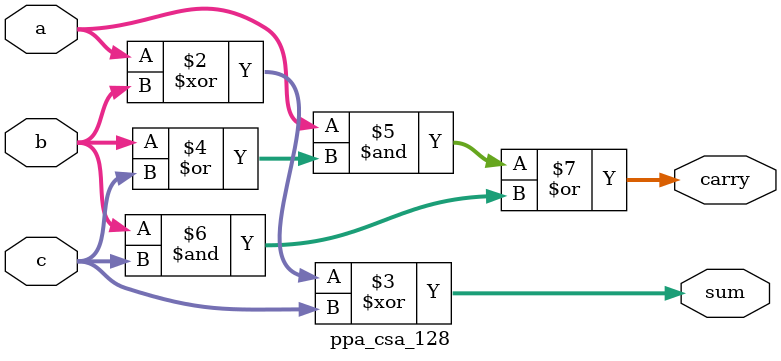
<source format=sv>

module ppa_comparator_8 #(parameter WIDTH=8) (
  input  logic [WIDTH-1:0] a, b,
  input  logic             sgnd,
  output logic [1:0]       flags);

  ppa_comparator #(WIDTH) comp (.*);
endmodule

module ppa_comparator_16 #(parameter WIDTH=16) (
  input  logic [WIDTH-1:0] a, b,
  input  logic             sgnd,
  output logic [1:0]       flags);

  ppa_comparator #(WIDTH) comp (.*);
endmodule

module ppa_comparator_32 #(parameter WIDTH=32) (
  input  logic [WIDTH-1:0] a, b,
  input  logic             sgnd,
  output logic [1:0]       flags);

  ppa_comparator #(WIDTH) comp (.*);
endmodule

module ppa_comparator_64 #(parameter WIDTH=64) (
  input  logic [WIDTH-1:0] a, b,
  input  logic             sgnd,
  output logic [1:0]       flags);

  ppa_comparator #(WIDTH) comp (.*);
endmodule

module ppa_comparator_128 #(parameter WIDTH=128) (
  input  logic [WIDTH-1:0] a, b,
  input  logic             sgnd,
  output logic [1:0]       flags);

  ppa_comparator #(WIDTH) comp (.*);
endmodule

module ppa_comparator #(parameter WIDTH=16) (
  input  logic [WIDTH-1:0] a, b,
  input  logic             sgnd,
  output logic [1:0]       flags);

  logic eq, lt, ltu;
  logic [WIDTH-1:0] af, bf;

  // For signed numbers, flip most significant bit
  assign af = {a[WIDTH-1] ^ sgnd, a[WIDTH-2:0]};
  assign bf = {b[WIDTH-1] ^ sgnd, b[WIDTH-2:0]};

  // behavioral description gives best results
  assign eq = (af == bf);
  assign lt = (af < bf);
  assign flags = {eq, lt};
endmodule

module ppa_add_8 #(parameter WIDTH=8) (
    input logic [WIDTH-1:0] a, b,
    output logic [WIDTH-1:0] y);

   assign y = a + b;
endmodule

module ppa_add_16 #(parameter WIDTH=16) (
    input logic [WIDTH-1:0] a, b,
    output logic [WIDTH-1:0] y);

   assign y = a + b;
endmodule

module ppa_add_32 #(parameter WIDTH=32) (
    input logic [WIDTH-1:0] a, b,
    output logic [WIDTH-1:0] y);

   assign y = a + b;
endmodule

module ppa_add_64 #(parameter WIDTH=64) (
    input logic [WIDTH-1:0] a, b,
    output logic [WIDTH-1:0] y);

   assign y = a + b;
endmodule

module ppa_add_128 #(parameter WIDTH=128) (
    input logic [WIDTH-1:0] a, b,
    output logic [WIDTH-1:0] y);

   assign y = a + b;
endmodule

module ppa_mult_8 #(parameter WIDTH=8) (
  input logic [WIDTH-1:0] a, b,
  output logic [WIDTH*2-1:0] y); //is this right width
  assign y = a * b;
endmodule

module ppa_mult_16 #(parameter WIDTH=16) (
  input logic [WIDTH-1:0] a, b,
  output logic [WIDTH*2-1:0] y); //is this right width
  assign y = a * b;
endmodule

module ppa_mult_32 #(parameter WIDTH=32) (
  input logic [WIDTH-1:0] a, b,
  output logic [WIDTH*2-1:0] y); //is this right width
  assign y = a * b;
endmodule

module ppa_mult_64 #(parameter WIDTH=64) (
  input logic [WIDTH-1:0] a, b,
  output logic [WIDTH*2-1:0] y); //is this right width
  assign y = a * b;
endmodule

module ppa_mult_128 #(parameter WIDTH=128) (
  input logic [WIDTH-1:0] a, b,
  output logic [WIDTH*2-1:0] y); //is this right width
  assign y = a * b;
endmodule

module ppa_alu_16 #(parameter WIDTH=16) (
  input  logic [WIDTH-1:0] A, B,
  input  logic [2:0]       ALUControl,
  input  logic [2:0]       Funct3,
  output logic [WIDTH-1:0] Result,
  output logic [WIDTH-1:0] Sum);

  ppa_alu #(WIDTH) alu_16 (.*);
endmodule

module ppa_alu_32 #(parameter WIDTH=32) (
  input  logic [WIDTH-1:0] A, B,
  input  logic [2:0]       ALUControl,
  input  logic [2:0]       Funct3,
  output logic [WIDTH-1:0] Result,
  output logic [WIDTH-1:0] Sum);

  ppa_alu #(WIDTH) alu_32 (.*);
endmodule

module ppa_alu_64 #(parameter WIDTH=64) (
  input  logic [WIDTH-1:0] A, B,
  input  logic [2:0]       ALUControl,
  input  logic [2:0]       Funct3,
  output logic [WIDTH-1:0] Result,
  output logic [WIDTH-1:0] Sum);

  ppa_alu #(WIDTH) alu_64 (.*);
endmodule

module ppa_alu #(parameter WIDTH=32) (
  input  logic [WIDTH-1:0] A, B,
  input  logic [2:0]       ALUControl,
  input  logic [2:0]       Funct3,
  output logic [WIDTH-1:0] Result,
  output logic [WIDTH-1:0] Sum);

  logic [WIDTH-1:0] CondInvB, Shift, SLT, SLTU, FullResult;
  logic        Carry, Neg;
  logic        LT, LTU;
  logic        W64, SubArith, ALUOp;
  logic [2:0]  ALUFunct;
  logic        Asign, Bsign;

  // Extract control signals
  // W64 indicates RV64 W-suffix instructions acting on lower 32-bit word
  // SubArith indicates subtraction
  // ALUOp = 0 for address generation addition or 1 for regular ALU
  assign {W64, SubArith, ALUOp} = ALUControl;

  // addition
  assign CondInvB = SubArith ? ~B : B;
  assign {Carry, Sum} = A + CondInvB + {{(WIDTH-1){1'b0}}, SubArith};
  
  // Shifts
  ppa_shifter #(WIDTH) sh(.A, .Amt(B[$clog2(WIDTH)-1:0]), .Right(Funct3[2]), .Arith(SubArith), .W64, .Y(Shift));

  // condition code flags based on subtract output Sum = A-B
  // Overflow occurs when the numbers being subtracted have the opposite sign 
  // and the result has the opposite sign of A
  assign Neg  = Sum[WIDTH-1];
  assign Asign = A[WIDTH-1];
  assign Bsign = B[WIDTH-1];
  assign LT = Asign & ~Bsign | Asign & Neg | ~Bsign & Neg; // simplified from Overflow = Asign & Bsign & Asign & Neg; LT = Neg ^ Overflow
  assign LTU = ~Carry;
 
  // SLT
  assign SLT = {{(WIDTH-1){1'b0}}, LT};
  assign SLTU = {{(WIDTH-1){1'b0}}, LTU};
 
  // Select appropriate ALU Result
  assign ALUFunct = Funct3 & {3{ALUOp}}; // Force ALUFunct to 0 to Add when ALUOp = 0
  always_comb
    casez (ALUFunct)
      3'b000: FullResult = Sum;       // add or sub
      3'b?01: FullResult = Shift;     // sll, sra, or srl
      3'b010: FullResult = SLT;       // slt
      3'b011: FullResult = SLTU;      // sltu
      3'b100: FullResult = A ^ B;     // xor
      3'b110: FullResult = A | B;     // or 
      3'b111: FullResult = A & B;     // and
    endcase

  // support W-type RV64I ADDW/SUBW/ADDIW/Shifts that sign-extend 32-bit result to 64 bits
  if (WIDTH==64)  assign Result = W64 ? {{32{FullResult[31]}}, FullResult[31:0]} : FullResult;
  else            assign Result = FullResult;
endmodule

module ppa_shiftleft_8 #(parameter WIDTH=8) (
  input logic [WIDTH-1:0] a,
  input logic [$clog2(WIDTH)-1:0] amt,
  output logic [WIDTH-1:0] y);

  assign y = a << amt;
endmodule

module ppa_shiftleft_16 #(parameter WIDTH=16) (
  input logic [WIDTH-1:0] a,
  input logic [$clog2(WIDTH)-1:0] amt,
  output logic [WIDTH-1:0] y);

  assign y = a << amt;
endmodule

module ppa_shiftleft_32 #(parameter WIDTH=32) (
  input logic [WIDTH-1:0] a,
  input logic [$clog2(WIDTH)-1:0] amt,
  output logic [WIDTH-1:0] y);

  assign y = a << amt;
endmodule

module ppa_shiftleft_64 #(parameter WIDTH=64) (
  input logic [WIDTH-1:0] a,
  input logic [$clog2(WIDTH)-1:0] amt,
  output logic [WIDTH-1:0] y);

  assign y = a << amt;
endmodule

module ppa_shiftleft_128 #(parameter WIDTH=128) (
  input logic [WIDTH-1:0] a,
  input logic [$clog2(WIDTH)-1:0] amt,
  output logic [WIDTH-1:0] y);

  assign y = a << amt;
endmodule

module ppa_shifter_8 #(parameter WIDTH=8) (
  input  logic [WIDTH-1:0]     A,
  input  logic [$clog2(WIDTH)-1:0] Amt,
  input  logic                 Right, Arith, W64,
  output logic [WIDTH-1:0]     Y);

  ppa_shifter #(WIDTH) sh (.*);
endmodule

module ppa_shifter_16 #(parameter WIDTH=16) (
  input  logic [WIDTH-1:0]     A,
  input  logic [$clog2(WIDTH)-1:0] Amt,
  input  logic                 Right, Arith, W64,
  output logic [WIDTH-1:0]     Y);

  ppa_shifter #(WIDTH) sh (.*);
endmodule

module ppa_shifter_32 #(parameter WIDTH=32) (
  input  logic [WIDTH-1:0]     A,
  input  logic [$clog2(WIDTH)-1:0] Amt,
  input  logic                 Right, Arith, W64,
  output logic [WIDTH-1:0]     Y);

  ppa_shifter #(WIDTH) sh (.*);
endmodule

module ppa_shifter_64 #(parameter WIDTH=64) (
  input  logic [WIDTH-1:0]     A,
  input  logic [$clog2(WIDTH)-1:0] Amt,
  input  logic                 Right, Arith, W64,
  output logic [WIDTH-1:0]     Y);

  ppa_shifter #(WIDTH) sh (.*);
endmodule

module ppa_shifter_128 #(parameter WIDTH=128) (
  input  logic [WIDTH-1:0]     A,
  input  logic [$clog2(WIDTH)-1:0] Amt,
  input  logic                 Right, Arith, W64,
  output logic [WIDTH-1:0]     Y);

  ppa_shifter #(WIDTH) sh (.*);
endmodule

module ppa_shifter #(parameter WIDTH=32) (
  input  logic [WIDTH-1:0]     A,
  input  logic [$clog2(WIDTH)-1:0] Amt,
  input  logic                 Right, Arith, W64,
  output logic [WIDTH-1:0]     Y);

  logic [2*WIDTH-2:0]      z, zshift;
  logic [$clog2(WIDTH)-1:0]    amttrunc, offset;

  // Handle left and right shifts with a funnel shifter.
  // For RV32, only 32-bit shifts are needed.   
  // For RV64, 32 and 64-bit shifts are needed, with sign extension.

  // funnel shifter input (see CMOS VLSI Design 4e Section 11.8.1, note Table 11.11 shift types wrong)
  if (WIDTH == 64 | WIDTH ==128) begin:shifter  // RV64 or 128
    always_comb  // funnel mux
      if (W64) begin // 32-bit shifts
        if (Right)
          if (Arith) z = {{WIDTH{1'b0}}, {WIDTH/2 -1{A[WIDTH/2 -1]}}, A[WIDTH/2 -1:0]};
          else       z = {{WIDTH*3/2-1{1'b0}}, A[WIDTH/2 -1:0]};
        else         z = {{WIDTH/2{1'b0}}, A[WIDTH/2 -1:0], {WIDTH-1{1'b0}}};
      end else begin
        if (Right)
          if (Arith) z = {{WIDTH-1{A[WIDTH-1]}}, A};
          else       z = {{WIDTH-1{1'b0}}, A};
        else         z = {A, {WIDTH-1{1'b0}}};         
      end
      assign amttrunc = W64  ? {1'b0, Amt[$clog2(WIDTH)-2:0]} : Amt; // 32 or 64-bit shift 
  end else begin:shifter // RV32 or less
    always_comb  // funnel mux
      if (Right) 
        if (Arith) z = {{WIDTH-1{A[WIDTH-1]}}, A};
        else       z = {{WIDTH-1{1'b0}}, A};
      else         z = {A, {WIDTH-1{1'b0}}};
    assign amttrunc = Amt; // shift amount
  end 
    

  // opposite offset for right shfits
  assign offset = Right ? amttrunc : ~amttrunc;
  
  // funnel operation
  assign zshift = z >> offset;
  assign Y = zshift[WIDTH-1:0];    
endmodule

// just report one hot
module ppa_prioritythermometer #(parameter N = 8) (
  input  logic  [N-1:0] a,
  output logic  [N-1:0] y);

  // Carefully crafted so design compiler will synthesize into a fast tree structure
  //  Rather than linear.

  // create thermometer code mask
  genvar i;
  assign y[0] = ~a[0];
  for (i=1; i<N; i++) begin:therm
    assign y[i] = y[i-1] & ~a[i];
  end
endmodule

module ppa_priorityonehot #(parameter WIDTH = 8) (
  input  logic  [WIDTH-1:0] a,
  output logic  [WIDTH-1:0] y);
  logic [WIDTH-1:0] nolower;

  // create thermometer code mask
  ppa_prioritythermometer #(WIDTH) maskgen(.a({a[WIDTH-2:0], 1'b0}), .y(nolower));
  assign y = a & nolower;
endmodule

module ppa_priorityonehot_8 #(parameter WIDTH = 8) (
  input  logic  [WIDTH-1:0] a,
  output logic  [WIDTH-1:0] y);
  logic [WIDTH-1:0] nolower;

  // create thermometer code mask
  ppa_priorityonehot #(WIDTH) poh (.*);
endmodule

module ppa_priorityonehot_16 #(parameter WIDTH = 16) (
  input  logic  [WIDTH-1:0] a,
  output logic  [WIDTH-1:0] y);
  logic [WIDTH-1:0] nolower;

  // create thermometer code mask
  ppa_priorityonehot #(WIDTH) poh (.*);
endmodule

module ppa_priorityonehot_32 #(parameter WIDTH = 32) (
  input  logic  [WIDTH-1:0] a,
  output logic  [WIDTH-1:0] y);
  logic [WIDTH-1:0] nolower;

  // create thermometer code mask
  ppa_priorityonehot #(WIDTH) poh (.*);
endmodule

module ppa_priorityonehot_64 #(parameter WIDTH = 64) (
  input  logic  [WIDTH-1:0] a,
  output logic  [WIDTH-1:0] y);
  logic [WIDTH-1:0] nolower;

  // create thermometer code mask
  ppa_priorityonehot #(WIDTH) poh (.*);
endmodule

module ppa_priorityonehot_128 #(parameter WIDTH = 128) (
  input  logic  [WIDTH-1:0] a,
  output logic  [WIDTH-1:0] y);
  logic [WIDTH-1:0] nolower;

  // create thermometer code mask
  ppa_priorityonehot #(WIDTH) poh (.*);
endmodule

module ppa_priorityencoder_8 #(parameter WIDTH = 8) (
  input  logic  [WIDTH-1:0] a,
  output logic  [$clog2(WIDTH)-1:0] y);
  ppa_priorityencoder #(WIDTH) pe (.*);
endmodule

module ppa_priorityencoder_16 #(parameter WIDTH = 16) (
  input  logic  [WIDTH-1:0] a,
  output logic  [$clog2(WIDTH)-1:0] y);
  ppa_priorityencoder #(WIDTH) pe (.*);
endmodule

module ppa_priorityencoder_32 #(parameter WIDTH = 32) (
  input  logic  [WIDTH-1:0] a,
  output logic  [$clog2(WIDTH)-1:0] y);
  ppa_priorityencoder #(WIDTH) pe (.*);
endmodule

module ppa_priorityencoder_64 #(parameter WIDTH = 64) (
  input  logic  [WIDTH-1:0] a,
  output logic  [$clog2(WIDTH)-1:0] y);
  ppa_priorityencoder #(WIDTH) pe (.*);
endmodule

module ppa_priorityencoder_128 #(parameter WIDTH = 128) (
  input  logic  [WIDTH-1:0] a,
  output logic  [$clog2(WIDTH)-1:0] y);
  ppa_priorityencoder #(WIDTH) pe (.*);
endmodule

module ppa_priorityencoder #(parameter WIDTH = 8) (
  input  logic  [WIDTH-1:0] a,
  output logic  [$clog2(WIDTH)-1:0] y);

  int i;
  always_comb
    for (i=0; i<WIDTH; i++) begin:pri
      if (a[i]) y= i;
    end
endmodule

module ppa_decoder_8 #(parameter WIDTH = 8) (
  input  logic  [$clog2(WIDTH)-1:0] a,
  output logic  [WIDTH-1:0] y);
  ppa_decoder #(WIDTH) dec (.*);
endmodule

module ppa_decoder_16 #(parameter WIDTH = 16) (
  input  logic  [$clog2(WIDTH)-1:0] a,
  output logic  [WIDTH-1:0] y);
  ppa_decoder #(WIDTH) dec (.*);
endmodule

module ppa_decoder_32 #(parameter WIDTH = 32) (
  input  logic  [$clog2(WIDTH)-1:0] a,
  output logic  [WIDTH-1:0] y);
  ppa_decoder #(WIDTH) dec (.*);
endmodule

module ppa_decoder_64 #(parameter WIDTH = 64) (
  input  logic  [$clog2(WIDTH)-1:0] a,
  output logic  [WIDTH-1:0] y);
  ppa_decoder #(WIDTH) dec (.*);
endmodule

module ppa_decoder_128 #(parameter WIDTH = 128) (
  input  logic  [$clog2(WIDTH)-1:0] a,
  output logic  [WIDTH-1:0] y);
  ppa_decoder #(WIDTH) dec (.*);
endmodule

module ppa_decoder #(parameter WIDTH = 8) (
  input  logic  [$clog2(WIDTH)-1:0] a,
  output logic  [WIDTH-1:0] y);
  always_comb begin 
    y = 0;
    y[a] = 1;
  end
endmodule

module ppa_mux2_8 #(parameter WIDTH = 8) (
  input  logic [WIDTH-1:0] d0, d1, 
  input  logic             s, 
  output logic [WIDTH-1:0] y);

  assign y = s ? d1 : d0; 
endmodule

module ppa_mux3 #(parameter WIDTH = 8) (
  input  logic [WIDTH-1:0] d0, d1, d2,
  input  logic [1:0]       s, 
  output logic [WIDTH-1:0] y);

  assign y = s[1] ? d2 : (s[0] ? d1 : d0); 
endmodule

module ppa_mux4 #(parameter WIDTH = 8) (
  input  logic [WIDTH-1:0] d0, d1, d2, d3,
  input  logic [1:0]       s, 
  output logic [WIDTH-1:0] y);

  assign y = s[1] ? (s[0] ? d3 : d2) : (s[0] ? d1 : d0); 
endmodule

module ppa_mux6 #(parameter WIDTH = 8) (
  input  logic [WIDTH-1:0] d0, d1, d2, d3, d4, d5,
  input  logic [2:0]       s, 
  output logic [WIDTH-1:0] y);

  assign y = s[2] ? (s[0] ? d5 : d4) : (s[1] ? (s[0] ? d3 : d2) : (s[0] ? d1 : d0)); 
endmodule

module ppa_mux8 #(parameter WIDTH = 8) (
  input  logic [WIDTH-1:0] d0, d1, d2, d3, d4, d5, d6, d7,
  input  logic [2:0]       s, 
  output logic [WIDTH-1:0] y);

  assign y = s[2] ? (s[1] ? (s[0] ? d5 : d4) : (s[0] ? d6 : d7)) : (s[1] ? (s[0] ? d3 : d2) : (s[0] ? d1 : d0)); 
endmodule

// *** some way to express data-critical inputs

module ppa_flop_8 #(parameter WIDTH = 8) ( 
  input  logic             clk,
  input  logic [WIDTH-1:0] d, 
  output logic [WIDTH-1:0] q);

  always_ff @(posedge clk)
    q <= #1 d;
endmodule

module ppa_flop_16 #(parameter WIDTH = 16) ( 
  input  logic             clk,
  input  logic [WIDTH-1:0] d, 
  output logic [WIDTH-1:0] q);

  always_ff @(posedge clk)
    q <= #1 d;
endmodule

module ppa_flop_32 #(parameter WIDTH = 32) ( 
  input  logic             clk,
  input  logic [WIDTH-1:0] d, 
  output logic [WIDTH-1:0] q);

  always_ff @(posedge clk)
    q <= #1 d;
endmodule

module ppa_flop_64 #(parameter WIDTH = 64) ( 
  input  logic             clk,
  input  logic [WIDTH-1:0] d, 
  output logic [WIDTH-1:0] q);

  always_ff @(posedge clk)
    q <= #1 d;
endmodule

module ppa_flop_128 #(parameter WIDTH = 128) ( 
  input  logic             clk,
  input  logic [WIDTH-1:0] d, 
  output logic [WIDTH-1:0] q);

  always_ff @(posedge clk)
    q <= #1 d;
endmodule

module ppa_flopr_8 #(parameter WIDTH = 8) ( 
  input  logic             clk, reset,
  input  logic [WIDTH-1:0] d, 
  output logic [WIDTH-1:0] q);

  always_ff @(posedge clk)
    if (reset) q <= #1 0;
    else       q <= #1 d;
endmodule

module ppa_flopr_16 #(parameter WIDTH = 16) ( 
  input  logic             clk, reset,
  input  logic [WIDTH-1:0] d, 
  output logic [WIDTH-1:0] q);

  always_ff @(posedge clk)
    if (reset) q <= #1 0;
    else       q <= #1 d;
endmodule

module ppa_flopr_32 #(parameter WIDTH = 32) ( 
  input  logic             clk, reset,
  input  logic [WIDTH-1:0] d, 
  output logic [WIDTH-1:0] q);

  always_ff @(posedge clk)
    if (reset) q <= #1 0;
    else       q <= #1 d;
endmodule

module ppa_flopr_64 #(parameter WIDTH = 64) ( 
  input  logic             clk, reset,
  input  logic [WIDTH-1:0] d, 
  output logic [WIDTH-1:0] q);

  always_ff @(posedge clk)
    if (reset) q <= #1 0;
    else       q <= #1 d;
endmodule

module ppa_flopr_128 #(parameter WIDTH = 128) ( 
  input  logic             clk, reset,
  input  logic [WIDTH-1:0] d, 
  output logic [WIDTH-1:0] q);

  always_ff @(posedge clk)
    if (reset) q <= #1 0;
    else       q <= #1 d;
endmodule

module ppa_floprasync_8 #(parameter WIDTH = 8) ( 
  input  logic             clk, reset,
  input  logic [WIDTH-1:0] d, 
  output logic [WIDTH-1:0] q);

  always_ff @(posedge clk or posedge reset)
    if (reset) q <= #1 0;
    else       q <= #1 d;
endmodule

module ppa_floprasync_16 #(parameter WIDTH = 16) ( 
  input  logic             clk, reset,
  input  logic [WIDTH-1:0] d, 
  output logic [WIDTH-1:0] q);

  always_ff @(posedge clk or posedge reset)
    if (reset) q <= #1 0;
    else       q <= #1 d;
endmodule

module ppa_floprasync_32 #(parameter WIDTH = 32) ( 
  input  logic             clk, reset,
  input  logic [WIDTH-1:0] d, 
  output logic [WIDTH-1:0] q);

  always_ff @(posedge clk or posedge reset)
    if (reset) q <= #1 0;
    else       q <= #1 d;
endmodule

module ppa_floprasync_64 #(parameter WIDTH = 64) ( 
  input  logic             clk, reset,
  input  logic [WIDTH-1:0] d, 
  output logic [WIDTH-1:0] q);

  always_ff @(posedge clk or posedge reset)
    if (reset) q <= #1 0;
    else       q <= #1 d;
endmodule

module ppa_floprasync_128 #(parameter WIDTH = 128) ( 
  input  logic             clk, reset,
  input  logic [WIDTH-1:0] d, 
  output logic [WIDTH-1:0] q);

  always_ff @(posedge clk or posedge reset)
    if (reset) q <= #1 0;
    else       q <= #1 d;
endmodule

module ppa_flopenr_8 #(parameter WIDTH = 8) (
  input  logic             clk, reset, en,
  input  logic [WIDTH-1:0] d, 
  output logic [WIDTH-1:0] q);

  always_ff @(posedge clk)
    if (reset)   q <= #1 0;
    else if (en) q <= #1 d;
endmodule

module ppa_flopenr_16 #(parameter WIDTH = 16) (
  input  logic             clk, reset, en,
  input  logic [WIDTH-1:0] d, 
  output logic [WIDTH-1:0] q);

  always_ff @(posedge clk)
    if (reset)   q <= #1 0;
    else if (en) q <= #1 d;
endmodule

module ppa_flopenr_32 #(parameter WIDTH = 32) (
  input  logic             clk, reset, en,
  input  logic [WIDTH-1:0] d, 
  output logic [WIDTH-1:0] q);

  always_ff @(posedge clk)
    if (reset)   q <= #1 0;
    else if (en) q <= #1 d;
endmodule

module ppa_flopenr_64 #(parameter WIDTH = 64) (
  input  logic             clk, reset, en,
  input  logic [WIDTH-1:0] d, 
  output logic [WIDTH-1:0] q);

  always_ff @(posedge clk)
    if (reset)   q <= #1 0;
    else if (en) q <= #1 d;
endmodule

module ppa_flopenr_128 #(parameter WIDTH = 128) (
  input  logic             clk, reset, en,
  input  logic [WIDTH-1:0] d, 
  output logic [WIDTH-1:0] q);

  always_ff @(posedge clk)
    if (reset)   q <= #1 0;
    else if (en) q <= #1 d;
endmodule

module ppa_csa_8 #(parameter WIDTH = 8) (
  input logic [WIDTH-1:0] a, b, c,
	output logic [WIDTH-1:0] sum, carry);

   assign sum = a ^ b ^ c;
   assign carry = (a & (b | c)) | (b & c);

endmodule

module ppa_csa_16 #(parameter WIDTH = 16) (
  input logic [WIDTH-1:0] a, b, c,
	output logic [WIDTH-1:0] sum, carry);

   assign sum = a ^ b ^ c;
   assign carry = (a & (b | c)) | (b & c);

endmodule

module ppa_csa_32 #(parameter WIDTH = 32) (
  input logic [WIDTH-1:0] a, b, c,
	output logic [WIDTH-1:0] sum, carry);

   assign sum = a ^ b ^ c;
   assign carry = (a & (b | c)) | (b & c);

endmodule

module ppa_csa_64 #(parameter WIDTH = 64) (
  input logic [WIDTH-1:0] a, b, c,
	output logic [WIDTH-1:0] sum, carry);

   assign sum = a ^ b ^ c;
   assign carry = (a & (b | c)) | (b & c);

endmodule

module ppa_csa_128 #(parameter WIDTH = 128) (
  input logic [WIDTH-1:0] a, b, c,
	output logic [WIDTH-1:0] sum, carry);

   assign sum = a ^ b ^ c;
   assign carry = (a & (b | c)) | (b & c);

endmodule
</source>
